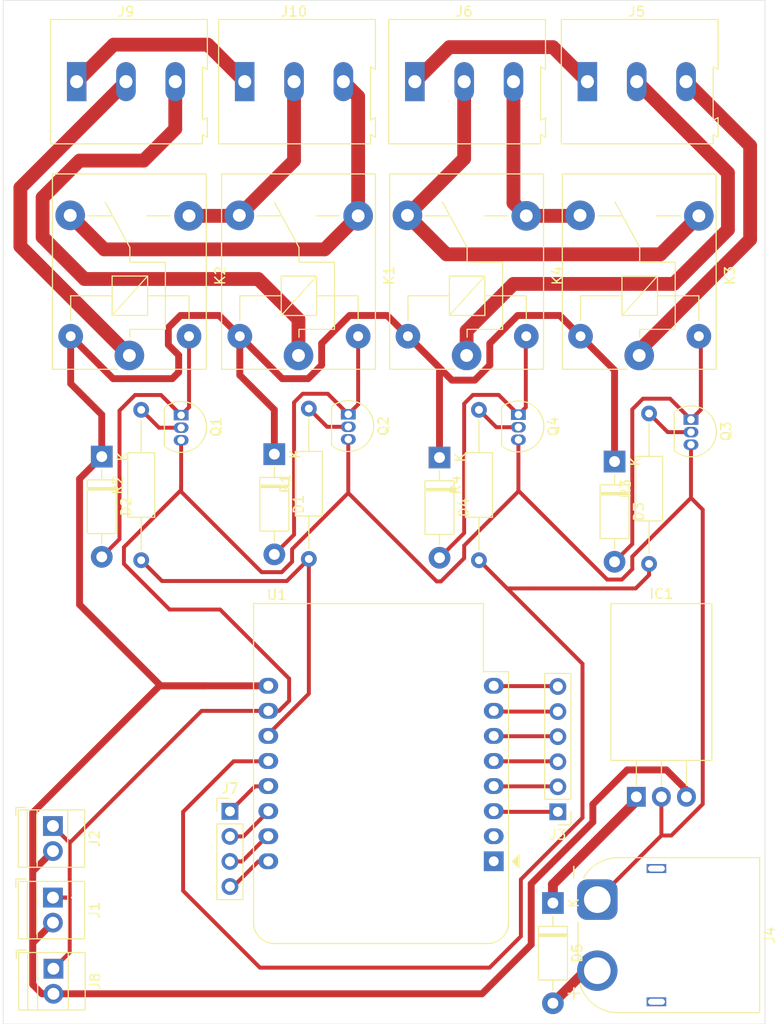
<source format=kicad_pcb>
(kicad_pcb (version 20240108) (generator "pcbnew") (generator_version "8.0")
  (layers (0 "F.Cu" signal) (31 "B.Cu" signal) (34 "B.Paste" user) (35 "F.Paste" user) (36 "B.SilkS" user "B.Silkscreen") (37 "F.SilkS" user "F.Silkscreen") (38 "B.Mask" user) (39 "F.Mask" user) (44 "Edge.Cuts" user))
  (net 0 "")
  (net 1 "Net-(D5-K)")
  (net 2 "GND")
  (net 3 "+5V")
  (net 4 "Net-(D1-A)")
  (net 5 "Net-(D2-A)")
  (net 6 "Net-(D3-A)")
  (net 7 "Net-(D4-A)")
  (net 8 "M1_ESC_CONTROL_1")
  (net 9 "M2_ESC_CONTROL_1")
  (net 10 "M2_ESC_CONTROL_2")
  (net 11 "M1_ESC_CONTROL_2")
  (net 12 "Net-(Q1-B)")
  (net 13 "Net-(Q2-B)")
  (net 14 "Net-(Q3-B)")
  (net 15 "Net-(Q4-B)")
  (net 16 "dOUT_MOTOR1_DIR")
  (net 17 "dOUT_MOTOR2_DIR")
  (net 19 "+BATT")
  (net 20 "MOTOR1_POLE1")
  (net 21 "MOTOR1_POLE2")
  (net 22 "MOTOR2_POLE1")
  (net 23 "MOTOR2_POLE2")
  (net 24 "M2_ESC_CONTROL_3")
  (net 25 "M1_ESC_CONTROL_3")
  (net 27 "IO_4")
  (net 28 "IO_1")
  (net 29 "+3V3")
  (net 30 "IO_5")
  (net 31 "IO_3")
  (net 32 "IO_2")
  (net 33 "RX")
  (net 34 "IO_6")
  (net 35 "IO_7")
  (net 36 "TX")
  (footprint "TerminalBlock:TerminalBlock_Altech_AK300-3_P5.00mm" (layer "F.Cu") (at 125.005 51.61)
    (property "Reference" "J9" (at 5 -7.1 0) (layer "F.SilkS"))
    (property "Value" "M1_IN")
    (pad "1" thru_hole rect (at 0 0) (size 1.98 3.96) (drill 1.32) (layers "*.Cu" "*.Mask") (net 25 "M1_ESC_CONTROL_3"))
    (pad "2" thru_hole oval (at 5 0) (size 1.98 3.96) (drill 1.32) (layers "*.Cu" "*.Mask") (net 11 "M1_ESC_CONTROL_2"))
    (pad "3" thru_hole oval (at 10 0) (size 1.98 3.96) (drill 1.32) (layers "*.Cu" "*.Mask") (net 8 "M1_ESC_CONTROL_1"))
  )
  (footprint "TerminalBlock:TerminalBlock_Altech_AK300-3_P5.00mm" (layer "F.Cu") (at 159.3 51.61)
    (property "Reference" "J6" (at 5 -7.1 0) (layer "F.SilkS"))
    (property "Value" "M2_OUT")
    (pad "1" thru_hole rect (at 0 0) (size 1.98 3.96) (drill 1.32) (layers "*.Cu" "*.Mask") (net 24 "M2_ESC_CONTROL_3"))
    (pad "2" thru_hole oval (at 5 0) (size 1.98 3.96) (drill 1.32) (layers "*.Cu" "*.Mask") (net 23 "MOTOR2_POLE2"))
    (pad "3" thru_hole oval (at 10 0) (size 1.98 3.96) (drill 1.32) (layers "*.Cu" "*.Mask") (net 22 "MOTOR2_POLE1"))
  )
  (footprint "Diode_THT:D_DO-41_SOD81_P10.16mm_Horizontal" (layer "F.Cu") (at 173.3 134.85 -90)
    (property "Reference" "D5" (at 5.08 -2.47 90) (layer "F.SilkS"))
    (property "Value" "D_Small")
    (fp_text user "K" (at 0 -2.1 90) (layer "F.SilkS"))
    (pad "1" thru_hole rect (at 0 0 270) (size 2.2 2.2) (drill 1.1) (layers "*.Cu" "*.Mask") (net 1 "Net-(D5-K)"))
    (pad "2" thru_hole oval (at 10.16 0 270) (size 2.2 2.2) (drill 1.1) (layers "*.Cu" "*.Mask") (net 19 "+BATT"))
  )
  (footprint "TerminalBlock:TerminalBlock_Xinya_XY308-2.54-2P_1x02_P2.54mm_Horizontal" (layer "F.Cu") (at 122.6 127.05 -90)
    (property "Reference" "J2" (at 1.27 -4.22 90) (layer "F.SilkS"))
    (property "Value" "ESC2_PWR")
    (pad "1" thru_hole rect (at 0 0 270) (size 2 2) (drill 1.2) (layers "*.Cu" "*.Mask") (net 2 "GND"))
    (pad "2" thru_hole circle (at 2.54 0 270) (size 2 2) (drill 1.2) (layers "*.Cu" "*.Mask") (net 3 "+5V"))
  )
  (footprint "Package_TO_SOT_THT:TO-92L_Inline" (layer "F.Cu") (at 135.6 85.41 -90)
    (property "Reference" "Q1" (at 1.19 -3.56 90) (layer "F.SilkS"))
    (property "Value" "NPN")
    (pad "1" thru_hole rect (at 0 0 270) (size 1.05 1.5) (drill 0.75) (layers "*.Cu" "*.Mask") (net 5 "Net-(D2-A)"))
    (pad "2" thru_hole oval (at 1.27 0 270) (size 1.05 1.5) (drill 0.75) (layers "*.Cu" "*.Mask") (net 12 "Net-(Q1-B)"))
    (pad "3" thru_hole oval (at 2.54 0 270) (size 1.05 1.5) (drill 0.75) (layers "*.Cu" "*.Mask") (net 2 "GND"))
  )
  (footprint "Relay_THT:Relay_SPDT_SANYOU_SRD_Series_Form_C" (layer "F.Cu") (at 147.5 79.36 90)
    (property "Reference" "K1" (at 8.1 9.2 -90) (layer "F.SilkS"))
    (property "Value" "SANYOU_SRD_Form_C")
    (pad "1" thru_hole circle (at 0 0 180) (size 3 3) (drill 1.3) (layers "*.Cu" "*.Mask") (net 8 "M1_ESC_CONTROL_1"))
    (pad "2" thru_hole circle (at 1.95 6.05 180) (size 2.5 2.5) (drill 1) (layers "*.Cu" "*.Mask") (net 4 "Net-(D1-A)"))
    (pad "3" thru_hole circle (at 14.15 6.05 180) (size 3 3) (drill 1.3) (layers "*.Cu" "*.Mask") (net 21 "MOTOR1_POLE2"))
    (pad "4" thru_hole circle (at 14.2 -6 180) (size 3 3) (drill 1.3) (layers "*.Cu" "*.Mask") (net 20 "MOTOR1_POLE1"))
    (pad "5" thru_hole circle (at 1.95 -5.95 180) (size 2.5 2.5) (drill 1) (layers "*.Cu" "*.Mask") (net 3 "+5V"))
  )
  (footprint "Resistor_THT:R_Axial_DIN0207_L6.3mm_D2.5mm_P15.24mm_Horizontal" (layer "F.Cu") (at 183.05 100.48 90)
    (property "Reference" "R3" (at 7.62 -2.37 -90) (layer "F.SilkS"))
    (property "Value" "4.7k")
    (pad "1" thru_hole circle (at 0 0 90) (size 1.6 1.6) (drill 0.8) (layers "*.Cu" "*.Mask") (net 17 "dOUT_MOTOR2_DIR"))
    (pad "2" thru_hole oval (at 15.24 0 90) (size 1.6 1.6) (drill 0.8) (layers "*.Cu" "*.Mask") (net 14 "Net-(Q3-B)"))
  )
  (footprint "Diode_THT:D_DO-41_SOD81_P10.16mm_Horizontal" (layer "F.Cu") (at 161.8 89.7 -90)
    (property "Reference" "D4" (at 5.08 -2.47 90) (layer "F.SilkS"))
    (property "Value" "D_Small")
    (fp_text user "K" (at 0 -2.1 90) (layer "F.SilkS"))
    (pad "1" thru_hole rect (at 0 0 270) (size 2.2 2.2) (drill 1.1) (layers "*.Cu" "*.Mask") (net 3 "+5V"))
    (pad "2" thru_hole oval (at 10.16 0 270) (size 2.2 2.2) (drill 1.1) (layers "*.Cu" "*.Mask") (net 7 "Net-(D4-A)"))
  )
  (footprint "TerminalBlock:TerminalBlock_Xinya_XY308-2.54-2P_1x02_P2.54mm_Horizontal" (layer "F.Cu") (at 122.65 141.51 -90)
    (property "Reference" "J8" (at 1.27 -4.22 90) (layer "F.SilkS"))
    (property "Value" "EXT +5V")
    (pad "1" thru_hole rect (at 0 0 270) (size 2 2) (drill 1.2) (layers "*.Cu" "*.Mask") (net 2 "GND"))
    (pad "2" thru_hole circle (at 2.54 0 270) (size 2 2) (drill 1.2) (layers "*.Cu" "*.Mask") (net 3 "+5V"))
  )
  (footprint "Connector_PinHeader_2.54mm:PinHeader_1x06_P2.54mm_Vertical" (layer "F.Cu") (at 173.8 125.61 180)
    (property "Reference" "J3" (at 0 -2.33 180) (layer "F.SilkS"))
    (property "Value" "IO_HEADER_1")
    (pad "1" thru_hole rect (at 0 0 180) (size 1.7 1.7) (drill 1) (layers "*.Cu" "*.Mask") (net 28 "IO_1"))
    (pad "2" thru_hole oval (at 0 2.54 180) (size 1.7 1.7) (drill 1) (layers "*.Cu" "*.Mask") (net 32 "IO_2"))
    (pad "3" thru_hole oval (at 0 5.08 180) (size 1.7 1.7) (drill 1) (layers "*.Cu" "*.Mask") (net 31 "IO_3"))
    (pad "4" thru_hole oval (at 0 7.62 180) (size 1.7 1.7) (drill 1) (layers "*.Cu" "*.Mask") (net 27 "IO_4"))
    (pad "5" thru_hole oval (at 0 10.16 180) (size 1.7 1.7) (drill 1) (layers "*.Cu" "*.Mask") (net 30 "IO_5"))
    (pad "6" thru_hole oval (at 0 12.7 180) (size 1.7 1.7) (drill 1) (layers "*.Cu" "*.Mask") (net 29 "+3V3"))
  )
  (footprint "Diode_THT:D_DO-41_SOD81_P10.16mm_Horizontal" (layer "F.Cu") (at 127.55 89.61 -90)
    (property "Reference" "D2" (at 5.08 -2.47 90) (layer "F.SilkS"))
    (property "Value" "D_Small")
    (fp_text user "K" (at 0 -2.1 90) (layer "F.SilkS"))
    (pad "1" thru_hole rect (at 0 0 270) (size 2.2 2.2) (drill 1.1) (layers "*.Cu" "*.Mask") (net 3 "+5V"))
    (pad "2" thru_hole oval (at 10.16 0 270) (size 2.2 2.2) (drill 1.1) (layers "*.Cu" "*.Mask") (net 5 "Net-(D2-A)"))
  )
  (footprint "Relay_THT:Relay_SPDT_SANYOU_SRD_Series_Form_C" (layer "F.Cu") (at 182.05 79.36 90)
    (property "Reference" "K3" (at 8.1 9.2 -90) (layer "F.SilkS"))
    (property "Value" "SANYOU_SRD_Form_C")
    (pad "1" thru_hole circle (at 0 0 180) (size 3 3) (drill 1.3) (layers "*.Cu" "*.Mask") (net 9 "M2_ESC_CONTROL_1"))
    (pad "2" thru_hole circle (at 1.95 6.05 180) (size 2.5 2.5) (drill 1) (layers "*.Cu" "*.Mask") (net 6 "Net-(D3-A)"))
    (pad "3" thru_hole circle (at 14.15 6.05 180) (size 3 3) (drill 1.3) (layers "*.Cu" "*.Mask") (net 23 "MOTOR2_POLE2"))
    (pad "4" thru_hole circle (at 14.2 -6 180) (size 3 3) (drill 1.3) (layers "*.Cu" "*.Mask") (net 22 "MOTOR2_POLE1"))
    (pad "5" thru_hole circle (at 1.95 -5.95 180) (size 2.5 2.5) (drill 1) (layers "*.Cu" "*.Mask") (net 3 "+5V"))
  )
  (footprint "Connector_AMASS:AMASS_XT60PW-M_1x02_P7.20mm_Horizontal" (layer "F.Cu") (at 177.8 134.51 -90)
    (property "Reference" "J4" (at 3.6 -17.5 90) (layer "F.SilkS"))
    (property "Value" "BATTERY" (hide yes))
    (fp_text user "-" (at -2.8 2.5 90) (layer "F.SilkS") (effects (font (size 1.5 1.5))))
    (fp_text user "+" (at 9.5 2.5 90) (layer "F.SilkS") (effects (font (size 1.5 1.5))))
    (pad "" thru_hole rect (at -3.15 -6 270) (size 0.9 2) (drill oval 0.6 1.7) (layers "*.Cu" "*.Mask"))
    (pad "" thru_hole rect (at 10.35 -6 270) (size 0.9 2) (drill oval 0.6 1.7) (layers "*.Cu" "*.Mask"))
    (pad "1" thru_hole roundrect (at 0 0 270) (size 4.1 4.1) (drill 2.7) (layers "*.Cu" "*.Mask") (net 2 "GND"))
    (pad "2" thru_hole circle (at 7.2 0 270) (size 4.1 4.1) (drill 2.7) (layers "*.Cu" "*.Mask") (net 19 "+BATT"))
  )
  (footprint "Package_TO_SOT_THT:TO-92L_Inline" (layer "F.Cu") (at 152.55 85.32 -90)
    (property "Reference" "Q2" (at 1.19 -3.56 90) (layer "F.SilkS"))
    (property "Value" "NPN")
    (pad "1" thru_hole rect (at 0 0 270) (size 1.05 1.5) (drill 0.75) (layers "*.Cu" "*.Mask") (net 4 "Net-(D1-A)"))
    (pad "2" thru_hole oval (at 1.27 0 270) (size 1.05 1.5) (drill 0.75) (layers "*.Cu" "*.Mask") (net 13 "Net-(Q2-B)"))
    (pad "3" thru_hole oval (at 2.54 0 270) (size 1.05 1.5) (drill 0.75) (layers "*.Cu" "*.Mask") (net 2 "GND"))
  )
  (footprint "Resistor_THT:R_Axial_DIN0207_L6.3mm_D2.5mm_P15.24mm_Horizontal" (layer "F.Cu") (at 165.8 100.11 90)
    (property "Reference" "R4" (at 7.62 -2.37 -90) (layer "F.SilkS"))
    (property "Value" "4.7k")
    (pad "1" thru_hole circle (at 0 0 90) (size 1.6 1.6) (drill 0.8) (layers "*.Cu" "*.Mask") (net 17 "dOUT_MOTOR2_DIR"))
    (pad "2" thru_hole oval (at 15.24 0 90) (size 1.6 1.6) (drill 0.8) (layers "*.Cu" "*.Mask") (net 15 "Net-(Q4-B)"))
  )
  (footprint "Connector_PinHeader_2.54mm:PinHeader_1x04_P2.54mm_Vertical" (layer "F.Cu") (at 140.55 125.56)
    (property "Reference" "J7" (at 0 -2.33 0) (layer "F.SilkS"))
    (property "Value" "IO_HEADER_2")
    (pad "1" thru_hole rect (at 0 0) (size 1.7 1.7) (drill 1) (layers "*.Cu" "*.Mask") (net 35 "IO_7"))
    (pad "2" thru_hole oval (at 0 2.54) (size 1.7 1.7) (drill 1) (layers "*.Cu" "*.Mask") (net 34 "IO_6"))
    (pad "3" thru_hole oval (at 0 5.08) (size 1.7 1.7) (drill 1) (layers "*.Cu" "*.Mask") (net 33 "RX"))
    (pad "4" thru_hole oval (at 0 7.62) (size 1.7 1.7) (drill 1) (layers "*.Cu" "*.Mask") (net 36 "TX"))
  )
  (footprint "Diode_THT:D_DO-41_SOD81_P10.16mm_Horizontal" (layer "F.Cu") (at 145.05 89.36 -90)
    (property "Reference" "D1" (at 5.08 -2.47 90) (layer "F.SilkS"))
    (property "Value" "D_Small")
    (fp_text user "K" (at 0 -2.1 90) (layer "F.SilkS"))
    (pad "1" thru_hole rect (at 0 0 270) (size 2.2 2.2) (drill 1.1) (layers "*.Cu" "*.Mask") (net 3 "+5V"))
    (pad "2" thru_hole oval (at 10.16 0 270) (size 2.2 2.2) (drill 1.1) (layers "*.Cu" "*.Mask") (net 4 "Net-(D1-A)"))
  )
  (footprint "TerminalBlock:TerminalBlock_Xinya_XY308-2.54-2P_1x02_P2.54mm_Horizontal" (layer "F.Cu") (at 122.6 134.3 -90)
    (property "Reference" "J1" (at 1.27 -4.22 90) (layer "F.SilkS"))
    (property "Value" "ESC1_PWR")
    (pad "1" thru_hole rect (at 0 0 270) (size 2 2) (drill 1.2) (layers "*.Cu" "*.Mask") (net 2 "GND"))
    (pad "2" thru_hole circle (at 2.54 0 270) (size 2 2) (drill 1.2) (layers "*.Cu" "*.Mask") (net 3 "+5V"))
  )
  (footprint "TerminalBlock:TerminalBlock_Altech_AK300-3_P5.00mm" (layer "F.Cu") (at 176.8 51.61)
    (property "Reference" "J5" (at 5 -7.1 0) (layer "F.SilkS"))
    (property "Value" "M2_IN")
    (pad "1" thru_hole rect (at 0 0) (size 1.98 3.96) (drill 1.32) (layers "*.Cu" "*.Mask") (net 24 "M2_ESC_CONTROL_3"))
    (pad "2" thru_hole oval (at 5 0) (size 1.98 3.96) (drill 1.32) (layers "*.Cu" "*.Mask") (net 10 "M2_ESC_CONTROL_2"))
    (pad "3" thru_hole oval (at 10 0) (size 1.98 3.96) (drill 1.32) (layers "*.Cu" "*.Mask") (net 9 "M2_ESC_CONTROL_1"))
  )
  (footprint "Diode_THT:D_DO-41_SOD81_P10.16mm_Horizontal" (layer "F.Cu") (at 179.55 90.11 -90)
    (property "Reference" "D3" (at 5.08 -2.47 90) (layer "F.SilkS"))
    (property "Value" "D_Small")
    (fp_text user "K" (at 0 -2.1 90) (layer "F.SilkS"))
    (pad "1" thru_hole rect (at 0 0 270) (size 2.2 2.2) (drill 1.1) (layers "*.Cu" "*.Mask") (net 3 "+5V"))
    (pad "2" thru_hole oval (at 10.16 0 270) (size 2.2 2.2) (drill 1.1) (layers "*.Cu" "*.Mask") (net 6 "Net-(D3-A)"))
  )
  (footprint "Package_TO_SOT_THT:TO-220-3_Horizontal_TabDown" (layer "F.Cu") (at 181.76 124.09)
    (property "Reference" "IC1" (at 2.54 -20.58 360) (layer "F.SilkS"))
    (property "Value" "L7805ABV")
    (pad "" np_thru_hole oval (at 2.54 -16.66) (size 3.5 3.5) (drill 3.5) (layers "*.Cu" "*.Mask"))
    (pad "1" thru_hole rect (at 0 0) (size 1.905 2) (drill 1.1) (layers "*.Cu" "*.Mask") (net 1 "Net-(D5-K)"))
    (pad "2" thru_hole oval (at 2.54 0) (size 1.905 2) (drill 1.1) (layers "*.Cu" "*.Mask") (net 2 "GND"))
    (pad "3" thru_hole oval (at 5.08 0) (size 1.905 2) (drill 1.1) (layers "*.Cu" "*.Mask") (net 3 "+5V"))
  )
  (footprint "Module:WEMOS_D1_mini_light" (layer "F.Cu") (at 167.3 130.62 180)
    (property "Reference" "U1" (at 22 27 180) (layer "F.SilkS"))
    (property "Value" "WeMos_D1_mini")
    (pad "1" thru_hole rect (at 0 0 180) (size 2 2) (drill 1) (layers "*.Cu" "*.Mask"))
    (pad "2" thru_hole oval (at 0 2.54 180) (size 2 1.6) (drill 1) (layers "*.Cu" "*.Mask"))
    (pad "3" thru_hole oval (at 0 5.08 180) (size 2 1.6) (drill 1) (layers "*.Cu" "*.Mask") (net 28 "IO_1"))
    (pad "4" thru_hole oval (at 0 7.62 180) (size 2 1.6) (drill 1) (layers "*.Cu" "*.Mask") (net 32 "IO_2"))
    (pad "5" thru_hole oval (at 0 10.16 180) (size 2 1.6) (drill 1) (layers "*.Cu" "*.Mask") (net 31 "IO_3"))
    (pad "6" thru_hole oval (at 0 12.7 180) (size 2 1.6) (drill 1) (layers "*.Cu" "*.Mask") (net 27 "IO_4"))
    (pad "7" thru_hole oval (at 0 15.24 180) (size 2 1.6) (drill 1) (layers "*.Cu" "*.Mask") (net 30 "IO_5"))
    (pad "8" thru_hole oval (at 0 17.78 180) (size 2 1.6) (drill 1) (layers "*.Cu" "*.Mask") (net 29 "+3V3"))
    (pad "9" thru_hole oval (at 22.86 17.78 180) (size 2 1.6) (drill 1) (layers "*.Cu" "*.Mask") (net 3 "+5V"))
    (pad "10" thru_hole oval (at 22.86 15.24 180) (size 2 1.6) (drill 1) (layers "*.Cu" "*.Mask") (net 2 "GND"))
    (pad "11" thru_hole oval (at 22.86 12.7 180) (size 2 1.6) (drill 1) (layers "*.Cu" "*.Mask") (net 16 "dOUT_MOTOR1_DIR"))
    (pad "12" thru_hole oval (at 22.86 10.16 180) (size 2 1.6) (drill 1) (layers "*.Cu" "*.Mask") (net 17 "dOUT_MOTOR2_DIR"))
    (pad "13" thru_hole oval (at 22.86 7.62 180) (size 2 1.6) (drill 1) (layers "*.Cu" "*.Mask") (net 35 "IO_7"))
    (pad "14" thru_hole oval (at 22.86 5.08 180) (size 2 1.6) (drill 1) (layers "*.Cu" "*.Mask") (net 34 "IO_6"))
    (pad "15" thru_hole oval (at 22.86 2.54 180) (size 2 1.6) (drill 1) (layers "*.Cu" "*.Mask") (net 33 "RX"))
    (pad "16" thru_hole oval (at 22.86 0 180) (size 2 1.6) (drill 1) (layers "*.Cu" "*.Mask") (net 36 "TX"))
  )
  (footprint "Relay_THT:Relay_SPDT_SANYOU_SRD_Series_Form_C" (layer "F.Cu") (at 164.55 79.36 90)
    (property "Reference" "K4" (at 8.1 9.2 -90) (layer "F.SilkS"))
    (property "Value" "SANYOU_SRD_Form_C")
    (pad "1" thru_hole circle (at 0 0 180) (size 3 3) (drill 1.3) (layers "*.Cu" "*.Mask") (net 10 "M2_ESC_CONTROL_2"))
    (pad "2" thru_hole circle (at 1.95 6.05 180) (size 2.5 2.5) (drill 1) (layers "*.Cu" "*.Mask") (net 7 "Net-(D4-A)"))
    (pad "3" thru_hole circle (at 14.15 6.05 180) (size 3 3) (drill 1.3) (layers "*.Cu" "*.Mask") (net 22 "MOTOR2_POLE1"))
    (pad "4" thru_hole circle (at 14.2 -6 180) (size 3 3) (drill 1.3) (layers "*.Cu" "*.Mask") (net 23 "MOTOR2_POLE2"))
    (pad "5" thru_hole circle (at 1.95 -5.95 180) (size 2.5 2.5) (drill 1) (layers "*.Cu" "*.Mask") (net 3 "+5V"))
  )
  (footprint "Resistor_THT:R_Axial_DIN0207_L6.3mm_D2.5mm_P15.24mm_Horizontal" (layer "F.Cu") (at 131.55 100.11 90)
    (property "Reference" "R2" (at 7.62 -2.37 -90) (layer "F.SilkS"))
    (property "Value" "4.7k")
    (pad "1" thru_hole circle (at 0 0 90) (size 1.6 1.6) (drill 0.8) (layers "*.Cu" "*.Mask") (net 16 "dOUT_MOTOR1_DIR"))
    (pad "2" thru_hole oval (at 15.24 0 90) (size 1.6 1.6) (drill 0.8) (layers "*.Cu" "*.Mask") (net 12 "Net-(Q1-B)"))
  )
  (footprint "TerminalBlock:TerminalBlock_Altech_AK300-3_P5.00mm" (layer "F.Cu") (at 142.05 51.61)
    (property "Reference" "J10" (at 5 -7.1 0) (layer "F.SilkS"))
    (property "Value" "M1_OUT")
    (pad "1" thru_hole rect (at 0 0) (size 1.98 3.96) (drill 1.32) (layers "*.Cu" "*.Mask") (net 25 "M1_ESC_CONTROL_3"))
    (pad "2" thru_hole oval (at 5 0) (size 1.98 3.96) (drill 1.32) (layers "*.Cu" "*.Mask") (net 20 "MOTOR1_POLE1"))
    (pad "3" thru_hole oval (at 10 0) (size 1.98 3.96) (drill 1.32) (layers "*.Cu" "*.Mask") (net 21 "MOTOR1_POLE2"))
  )
  (footprint "Resistor_THT:R_Axial_DIN0207_L6.3mm_D2.5mm_P15.24mm_Horizontal" (layer "F.Cu") (at 148.55 99.98 90)
    (property "Reference" "R1" (at 7.62 -2.37 -90) (layer "F.SilkS"))
    (property "Value" "4.7k")
    (pad "1" thru_hole circle (at 0 0 90) (size 1.6 1.6) (drill 0.8) (layers "*.Cu" "*.Mask") (net 16 "dOUT_MOTOR1_DIR"))
    (pad "2" thru_hole oval (at 15.24 0 90) (size 1.6 1.6) (drill 0.8) (layers "*.Cu" "*.Mask") (net 13 "Net-(Q2-B)"))
  )
  (footprint "Package_TO_SOT_THT:TO-92L_Inline" (layer "F.Cu") (at 187.3 85.86 -90)
    (property "Reference" "Q3" (at 1.19 -3.56 90) (layer "F.SilkS"))
    (property "Value" "NPN")
    (pad "1" thru_hole rect (at 0 0 270) (size 1.05 1.5) (drill 0.75) (layers "*.Cu" "*.Mask") (net 6 "Net-(D3-A)"))
    (pad "2" thru_hole oval (at 1.27 0 270) (size 1.05 1.5) (drill 0.75) (layers "*.Cu" "*.Mask") (net 14 "Net-(Q3-B)"))
    (pad "3" thru_hole oval (at 2.54 0 270) (size 1.05 1.5) (drill 0.75) (layers "*.Cu" "*.Mask") (net 2 "GND"))
  )
  (footprint "Relay_THT:Relay_SPDT_SANYOU_SRD_Series_Form_C" (layer "F.Cu") (at 130.35 79.36 90)
    (property "Reference" "K2" (at 8.1 9.2 -90) (layer "F.SilkS"))
    (property "Value" "SANYOU_SRD_Form_C" (hide yes))
    (pad "1" thru_hole circle (at 0 0 180) (size 3 3) (drill 1.3) (layers "*.Cu" "*.Mask") (net 11 "M1_ESC_CONTROL_2"))
    (pad "2" thru_hole circle (at 1.95 6.05 180) (size 2.5 2.5) (drill 1) (layers "*.Cu" "*.Mask") (net 5 "Net-(D2-A)"))
    (pad "3" thru_hole circle (at 14.15 6.05 180) (size 3 3) (drill 1.3) (layers "*.Cu" "*.Mask") (net 20 "MOTOR1_POLE1"))
    (pad "4" thru_hole circle (at 14.2 -6 180) (size 3 3) (drill 1.3) (layers "*.Cu" "*.Mask") (net 21 "MOTOR1_POLE2"))
    (pad "5" thru_hole circle (at 1.95 -5.95 180) (size 2.5 2.5) (drill 1) (layers "*.Cu" "*.Mask") (net 3 "+5V"))
  )
  (footprint "Package_TO_SOT_THT:TO-92L_Inline" (layer "F.Cu") (at 169.8 85.36 -90)
    (property "Reference" "Q4" (at 1.19 -3.56 90) (layer "F.SilkS"))
    (property "Value" "NPN")
    (pad "1" thru_hole rect (at 0 0 270) (size 1.05 1.5) (drill 0.75) (layers "*.Cu" "*.Mask") (net 7 "Net-(D4-A)"))
    (pad "2" thru_hole oval (at 1.27 0 270) (size 1.05 1.5) (drill 0.75) (layers "*.Cu" "*.Mask") (net 15 "Net-(Q4-B)"))
    (pad "3" thru_hole oval (at 2.54 0 270) (size 1.05 1.5) (drill 0.75) (layers "*.Cu" "*.Mask") (net 2 "GND"))
  )
  (gr_rect (start 117.55 43.36) (end 194.8 147.11) (stroke (width 0.05)) (fill none) (layer "Edge.Cuts"))
  (segment (start 173.3 132.96) (end 181.76 124.5) (width 1) (layer "F.Cu") (net 1))
  (segment (start 173.3 134.85) (end 173.3 132.96) (width 1) (layer "F.Cu") (net 1))
  (segment (start 181.76 124.5) (end 181.76 124.09) (width 1) (layer "F.Cu") (net 1))
  (segment (start 139.55 105.11) (end 146.14 111.7) (width 0.4) (layer "F.Cu") (net 2))
  (segment (start 135.6 92.992792) (end 129.8 98.792792) (width 0.4) (layer "F.Cu") (net 2))
  (segment (start 146.55 114.36) (end 146.55 112.11) (width 0.4) (layer "F.Cu") (net 2))
  (segment (start 146.55 112.11) (end 146.14 111.7) (width 0.4) (layer "F.Cu") (net 2))
  (segment (start 164.3 98.632792) (end 169.8 93.132792) (width 0.4) (layer "F.Cu") (net 2))
  (segment (start 135.6 92.615585) (end 135.6 93.16) (width 0.4) (layer "F.Cu") (net 2))
  (segment (start 134.428679 105.11) (end 139.55 105.11) (width 0.4) (layer "F.Cu") (net 2))
  (segment (start 169.8 93.065585) (end 178.804415 102.07) (width 0.4) (layer "F.Cu") (net 2))
  (segment (start 169.8 87.9) (end 169.8 93.065585) (width 0.4) (layer "F.Cu") (net 2))
  (segment (start 124 134.3) (end 124.11 134.3) (width 0.4) (layer "F.Cu") (net 2))
  (segment (start 146.85 98.992792) (end 152.55 93.292792) (width 0.4) (layer "F.Cu") (net 2))
  (segment (start 184.3 124.09) (end 184.3 128.01) (width 0.4) (layer "F.Cu") (net 2))
  (segment (start 144.44 115.38) (end 137.67 115.38) (width 0.4) (layer "F.Cu") (net 2))
  (segment (start 146.85 100.265585) (end 146.85 98.992792) (width 0.4) (layer "F.Cu") (net 2))
  (segment (start 124.3 134.49) (end 124.3 139.86) (width 0.4) (layer "F.Cu") (net 2))
  (segment (start 184.3 128.01) (end 177.8 134.51) (width 0.4) (layer "F.Cu") (net 2))
  (segment (start 188.4925 94.985292) (end 187.3 93.792792) (width 0.4) (layer "F.Cu") (net 2))
  (segment (start 122.6 134.3) (end 124.11 134.3) (width 0.4) (layer "F.Cu") (net 2))
  (segment (start 124.3 134.11) (end 124.3 128.75) (width 0.4) (layer "F.Cu") (net 2))
  (segment (start 181.35 101.015585) (end 181.35 99.742792) (width 0.4) (layer "F.Cu") (net 2))
  (segment (start 187.3 93.792792) (end 187.3 88.4) (width 0.4) (layer "F.Cu") (net 2))
  (segment (start 129.8 100.481321) (end 134.428679 105.11) (width 0.4) (layer "F.Cu") (net 2))
  (segment (start 145.795585 101.32) (end 146.85 100.265585) (width 0.4) (layer "F.Cu") (net 2))
  (segment (start 152.55 93.292792) (end 161.515001 102.257793) (width 0.4) (layer "F.Cu") (net 2))
  (segment (start 122.6 134.3) (end 124 134.3) (width 0.4) (layer "F.Cu") (net 2))
  (segment (start 152.55 93.292792) (end 152.55 87.86) (width 0.4) (layer "F.Cu") (net 2))
  (segment (start 185.304488 128.01) (end 188.4925 124.821988) (width 0.4) (layer "F.Cu") (net 2))
  (segment (start 124.3 139.86) (end 122.65 141.51) (width 0.4) (layer "F.Cu") (net 2))
  (segment (start 124.3 128.75) (end 122.6 127.05) (width 0.4) (layer "F.Cu") (net 2))
  (segment (start 184.3 128.01) (end 185.304488 128.01) (width 0.4) (layer "F.Cu") (net 2))
  (segment (start 129.8 98.792792) (end 129.8 100.481321) (width 0.4) (layer "F.Cu") (net 2))
  (segment (start 135.6 87.95) (end 135.6 92.615585) (width 0.4) (layer "F.Cu") (net 2))
  (segment (start 180.295585 102.07) (end 181.35 101.015585) (width 0.4) (layer "F.Cu") (net 2))
  (segment (start 124.11 134.3) (end 124.3 134.49) (width 0.4) (layer "F.Cu") (net 2))
  (segment (start 135.6 93.16) (end 143.76 101.32) (width 0.4) (layer "F.Cu") (net 2))
  (segment (start 145.53 115.38) (end 146.55 114.36) (width 0.4) (layer "F.Cu") (net 2))
  (segment (start 161.947793 102.257793) (end 164.3 99.905585) (width 0.4) (layer "F.Cu") (net 2))
  (segment (start 143.76 101.32) (end 145.795585 101.32) (width 0.4) (layer "F.Cu") (net 2))
  (segment (start 161.515001 102.257793) (end 161.947793 102.257793) (width 0.4) (layer "F.Cu") (net 2))
  (segment (start 135.6 92.615585) (end 135.6 92.992792) (width 0.4) (layer "F.Cu") (net 2))
  (segment (start 164.3 99.905585) (end 164.3 98.632792) (width 0.4) (layer "F.Cu") (net 2))
  (segment (start 178.804415 102.07) (end 180.295585 102.07) (width 0.4) (layer "F.Cu") (net 2))
  (segment (start 144.44 115.38) (end 145.53 115.38) (width 0.4) (layer "F.Cu") (net 2))
  (segment (start 124.11 134.3) (end 124.3 134.11) (width 0.4) (layer "F.Cu") (net 2))
  (segment (start 181.35 99.742792) (end 187.3 93.792792) (width 0.4) (layer "F.Cu") (net 2))
  (segment (start 137.67 115.38) (end 124.3 128.75) (width 0.4) (layer "F.Cu") (net 2))
  (segment (start 188.4925 124.821988) (end 188.4925 94.985292) (width 0.4) (layer "F.Cu") (net 2))
  (segment (start 163.05 81.86) (end 158.6 77.41) (width 0.7) (layer "F.Cu") (net 3))
  (segment (start 166.9 78.140151) (end 166.9 80.333402) (width 0.7) (layer "F.Cu") (net 3))
  (segment (start 171.1 132.894924) (end 171.1 139.06) (width 0.7) (layer "F.Cu") (net 3))
  (segment (start 128.7 81.71) (end 134.7 81.71) (width 0.7) (layer "F.Cu") (net 3))
  (segment (start 135.530151 75.31) (end 139.45 75.31) (width 0.7) (layer "F.Cu") (net 3))
  (segment (start 125.3 104.61) (end 133.53 112.84) (width 0.7) (layer "F.Cu") (net 3))
  (segment (start 166.9 80.333402) (end 165.373402 81.86) (width 0.7) (layer "F.Cu") (net 3))
  (segment (start 120.55 143.11) (end 120.55 139.61) (width 0.7) (layer "F.Cu") (net 3))
  (segment (start 120.55 131.64) (end 120.55 139.61) (width 0.7) (layer "F.Cu") (net 3))
  (segment (start 120.55 131.64) (end 120.55 125.7) (width 0.7) (layer "F.Cu") (net 3))
  (segment (start 161.8 89.7) (end 161.8 80.61) (width 0.7) (layer "F.Cu") (net 3))
  (segment (start 148.473402 81.71) (end 145.85 81.71) (width 0.7) (layer "F.Cu") (net 3))
  (segment (start 179.55 90.11) (end 179.55 80.86) (width 0.7) (layer "F.Cu") (net 3))
  (segment (start 138.074415 112.84) (end 133.41 112.84) (width 0.7) (layer "F.Cu") (net 3))
  (segment (start 184.8 121.36) (end 180.8375 121.36) (width 0.7) (layer "F.Cu") (net 3))
  (segment (start 152.680151 75.31) (end 149.85 78.140151) (width 0.7) (layer "F.Cu") (net 3))
  (segment (start 135.35 81.06) (end 135.35 79.329849) (width 0.7) (layer "F.Cu") (net 3))
  (segment (start 135.35 79.329849) (end 134.3 78.279849) (width 0.7) (layer "F.Cu") (net 3))
  (segment (start 156.5 75.31) (end 152.680151 75.31) (width 0.7) (layer "F.Cu") (net 3))
  (segment (start 158.6 77.41) (end 156.5 75.31) (width 0.7) (layer "F.Cu") (net 3))
  (segment (start 161.8 80.61) (end 158.6 77.41) (width 0.7) (layer "F.Cu") (net 3))
  (segment (start 177.35 124.8475) (end 177.35 126.644924) (width 0.7) (layer "F.Cu") (net 3))
  (segment (start 179.55 80.86) (end 176.1 77.41) (width 0.7) (layer "F.Cu") (net 3))
  (segment (start 145.85 81.71) (end 141.55 77.41) (width 0.7) (layer "F.Cu") (net 3))
  (segment (start 176.1 77.41) (end 174 75.31) (width 0.7) (layer "F.Cu") (net 3))
  (segment (start 144.29 112.87) (end 144.44 112.87) (width 0.7) (layer "F.Cu") (net 3))
  (segment (start 121.49 144.05) (end 120.55 143.11) (width 0.7) (layer "F.Cu") (net 3))
  (segment (start 149.85 80.333402) (end 148.473402 81.71) (width 0.7) (layer "F.Cu") (net 3))
  (segment (start 145.05 89.36) (end 145.05 84.86) (width 0.7) (layer "F.Cu") (net 3))
  (segment (start 122.6 129.59) (end 120.9 131.29) (width 0.7) (layer "F.Cu") (net 3))
  (segment (start 120.9 131.29) (end 120.55 131.64) (width 0.7) (layer "F.Cu") (net 3))
  (segment (start 124.4 77.41) (end 128.7 81.71) (width 0.7) (layer "F.Cu") (net 3))
  (segment (start 122.65 144.05) (end 121.49 144.05) (width 0.7) (layer "F.Cu") (net 3))
  (segment (start 171.1 139.06) (end 166.11 144.05) (width 0.7) (layer "F.Cu") (net 3))
  (segment (start 122.6 136.84) (end 120.55 138.89) (width 0.7) (layer "F.Cu") (net 3))
  (segment (start 165.373402 81.86) (end 163.05 81.86) (width 0.7) (layer "F.Cu") (net 3))
  (segment (start 141.55 81.36) (end 141.55 77.41) (width 0.7) (layer "F.Cu") (net 3))
  (segment (start 174 75.31) (end 169.730151 75.31) (width 0.7) (layer "F.Cu") (net 3))
  (segment (start 177.35 126.644924) (end 171.1 132.894924) (width 0.7) (layer "F.Cu") (net 3))
  (segment (start 166.11 144.05) (end 122.65 144.05) (width 0.7) (layer "F.Cu") (net 3))
  (segment (start 145.05 84.86) (end 141.55 81.36) (width 0.7) (layer "F.Cu") (net 3))
  (segment (start 127.55 89.61) (end 125.3 91.86) (width 0.7) (layer "F.Cu") (net 3))
  (segment (start 169.730151 75.31) (end 166.9 78.140151) (width 0.7) (layer "F.Cu") (net 3))
  (segment (start 125.3 91.86) (end 125.3 104.61) (width 0.7) (layer "F.Cu") (net 3))
  (segment (start 149.85 78.140151) (end 149.85 80.333402) (width 0.7) (layer "F.Cu") (net 3))
  (segment (start 120.55 138.89) (end 120.55 139.61) (width 0.7) (layer "F.Cu") (net 3))
  (segment (start 186.84 124.09) (end 186.84 123.4) (width 0.7) (layer "F.Cu") (net 3))
  (segment (start 133.41 112.84) (end 120.55 125.7) (width 0.7) (layer "F.Cu") (net 3))
  (segment (start 138.074415 112.84) (end 144.44 112.84) (width 0.7) (layer "F.Cu") (net 3))
  (segment (start 127.55 89.61) (end 127.55 85.36) (width 0.7) (layer "F.Cu") (net 3))
  (segment (start 133.53 112.84) (end 138.074415 112.84) (width 0.7) (layer "F.Cu") (net 3))
  (segment (start 124.4 82.21) (end 124.4 77.41) (width 0.7) (layer "F.Cu") (net 3))
  (segment (start 134.7 81.71) (end 135.35 81.06) (width 0.7) (layer "F.Cu") (net 3))
  (segment (start 127.55 85.36) (end 124.4 82.21) (width 0.7) (layer "F.Cu") (net 3))
  (segment (start 134.3 76.540151) (end 135.530151 75.31) (width 0.7) (layer "F.Cu") (net 3))
  (segment (start 139.45 75.31) (end 141.55 77.41) (width 0.7) (layer "F.Cu") (net 3))
  (segment (start 134.3 78.279849) (end 134.3 76.540151) (width 0.7) (layer "F.Cu") (net 3))
  (segment (start 186.84 123.4) (end 184.8 121.36) (width 0.7) (layer "F.Cu") (net 3))
  (segment (start 180.8375 121.36) (end 177.35 124.8475) (width 0.7) (layer "F.Cu") (net 3))
  (segment (start 150.47 83.24) (end 147.928679 83.24) (width 0.4) (layer "F.Cu") (net 4))
  (segment (start 153.55 84.32) (end 152.55 85.32) (width 0.4) (layer "F.Cu") (net 4))
  (segment (start 147.928679 83.24) (end 147.05 84.118679) (width 0.4) (layer "F.Cu") (net 4))
  (segment (start 147.05 84.118679) (end 147.05 97.52) (width 0.4) (layer "F.Cu") (net 4))
  (segment (start 152.55 85.32) (end 150.47 83.24) (width 0.4) (layer "F.Cu") (net 4))
  (segment (start 153.55 77.41) (end 153.55 84.32) (width 0.4) (layer "F.Cu") (net 4))
  (segment (start 147.05 97.52) (end 145.05 99.52) (width 0.4) (layer "F.Cu") (net 4))
  (segment (start 129.35 84.948679) (end 129.35 97.97) (width 0.4) (layer "F.Cu") (net 5))
  (segment (start 129.35 97.97) (end 127.55 99.77) (width 0.4) (layer "F.Cu") (net 5))
  (segment (start 130.928679 83.37) (end 129.35 84.948679) (width 0.4) (layer "F.Cu") (net 5))
  (segment (start 136.4 84.61) (end 135.6 85.41) (width 0.4) (layer "F.Cu") (net 5))
  (segment (start 135.6 85.41) (end 133.56 83.37) (width 0.4) (layer "F.Cu") (net 5))
  (segment (start 136.4 77.41) (end 136.4 84.61) (width 0.4) (layer "F.Cu") (net 5))
  (segment (start 133.56 83.37) (end 130.928679 83.37) (width 0.4) (layer "F.Cu") (net 5))
  (segment (start 187.3 85.86) (end 185.18 83.74) (width 0.4) (layer "F.Cu") (net 6))
  (segment (start 181.35 84.818679) (end 181.35 98.47) (width 0.4) (layer "F.Cu") (net 6))
  (segment (start 188.3 84.86) (end 188.3 77.61) (width 0.4) (layer "F.Cu") (net 6))
  (segment (start 188.3 77.61) (end 188.1 77.41) (width 0.4) (layer "F.Cu") (net 6))
  (segment (start 185.18 83.74) (end 182.428679 83.74) (width 0.4) (layer "F.Cu") (net 6))
  (segment (start 187.3 85.86) (end 188.3 84.86) (width 0.4) (layer "F.Cu") (net 6))
  (segment (start 181.35 98.47) (end 179.55 100.27) (width 0.4) (layer "F.Cu") (net 6))
  (segment (start 182.428679 83.74) (end 181.35 84.818679) (width 0.4) (layer "F.Cu") (net 6))
  (segment (start 161.8 99.86) (end 164.3 97.36) (width 0.4) (layer "F.Cu") (net 7))
  (segment (start 164.3 84.248679) (end 165.188679 83.36) (width 0.4) (layer "F.Cu") (net 7))
  (segment (start 170.55 84.61) (end 170.55 77.46) (width 0.4) (layer "F.Cu") (net 7))
  (segment (start 165.188679 83.36) (end 167.8 83.36) (width 0.4) (layer "F.Cu") (net 7))
  (segment (start 164.3 97.36) (end 164.3 84.248679) (width 0.4) (layer "F.Cu") (net 7))
  (segment (start 167.8 83.36) (end 169.8 85.36) (width 0.4) (layer "F.Cu") (net 7))
  (segment (start 169.8 85.36) (end 170.55 84.61) (width 0.4) (layer "F.Cu") (net 7))
  (segment (start 170.55 77.46) (end 170.6 77.41) (width 0.4) (layer "F.Cu") (net 7))
  (segment (start 147.5 75.698604) (end 143.411396 71.61) (width 1.4) (layer "F.Cu") (net 8))
  (segment (start 125.3 59.61) (end 131.8 59.61) (width 1.4) (layer "F.Cu") (net 8))
  (segment (start 131.8 59.61) (end 135.005 56.405) (width 1.4) (layer "F.Cu") (net 8))
  (segment (start 135.005 56.405) (end 135.005 51.61) (width 1.4) (layer "F.Cu") (net 8))
  (segment (start 143.411396 71.61) (end 125.8 71.61) (width 1.4) (layer "F.Cu") (net 8))
  (segment (start 121.55 63.36) (end 125.3 59.61) (width 1.4) (layer "F.Cu") (net 8))
  (segment (start 147.5 79.36) (end 147.5 75.698604) (width 1.4) (layer "F.Cu") (net 8))
  (segment (start 121.55 67.36) (end 121.55 63.36) (width 1.4) (layer "F.Cu") (net 8))
  (segment (start 125.8 71.61) (end 121.55 67.36) (width 1.4) (layer "F.Cu") (net 8))
  (segment (start 182.05 79.36) (end 182.05 78.86) (width 1.4) (layer "F.Cu") (net 9))
  (segment (start 193.3 58.11) (end 186.8 51.61) (width 1.4) (layer "F.Cu") (net 9))
  (segment (start 193.3 67.61) (end 193.3 58.11) (width 1.4) (layer "F.Cu") (net 9))
  (segment (start 182.05 78.86) (end 193.3 67.61) (width 1.4) (layer "F.Cu") (net 9))
  (segment (start 164.55 76.86) (end 164.55 79.36) (width 1.4) (layer "F.Cu") (net 10))
  (segment (start 191.05 60.86) (end 191.05 66.61) (width 1.4) (layer "F.Cu") (net 10))
  (segment (start 185.55 72.11) (end 169.3 72.11) (width 1.4) (layer "F.Cu") (net 10))
  (segment (start 191.05 66.61) (end 185.55 72.11) (width 1.4) (layer "F.Cu") (net 10))
  (segment (start 181.8 51.61) (end 191.05 60.86) (width 1.4) (layer "F.Cu") (net 10))
  (segment (start 169.3 72.11) (end 164.55 76.86) (width 1.4) (layer "F.Cu") (net 10))
  (segment (start 130.005 51.61) (end 130.005 51.655) (width 1.4) (layer "F.Cu") (net 11))
  (segment (start 119.3 62.36) (end 119.3 68.31) (width 1.4) (layer "F.Cu") (net 11))
  (segment (start 119.3 68.31) (end 130.35 79.36) (width 1.4) (layer "F.Cu") (net 11))
  (segment (start 130.005 51.655) (end 119.3 62.36) (width 1.4) (layer "F.Cu") (net 11))
  (segment (start 135.6 86.68) (end 133.36 86.68) (width 0.4) (layer "F.Cu") (net 12))
  (segment (start 133.36 86.68) (end 131.55 84.87) (width 0.4) (layer "F.Cu") (net 12))
  (segment (start 150.4 86.59) (end 148.55 84.74) (width 0.4) (layer "F.Cu") (net 13))
  (segment (start 152.55 86.59) (end 150.4 86.59) (width 0.4) (layer "F.Cu") (net 13))
  (segment (start 183.05 85.24) (end 184.94 87.13) (width 0.4) (layer "F.Cu") (net 14))
  (segment (start 184.94 87.13) (end 187.3 87.13) (width 0.4) (layer "F.Cu") (net 14))
  (segment (start 165.8 84.87) (end 167.56 86.63) (width 0.4) (layer "F.Cu") (net 15))
  (segment (start 167.56 86.63) (end 169.8 86.63) (width 0.4) (layer "F.Cu") (net 15))
  (segment (start 148.55 99.98) (end 148.55 113.632792) (width 0.4) (layer "F.Cu") (net 16))
  (segment (start 144.44 117.742792) (end 144.44 117.92) (width 0.4) (layer "F.Cu") (net 16))
  (segment (start 131.55 100.11) (end 133.66 102.22) (width 0.4) (layer "F.Cu") (net 16))
  (segment (start 146.31 102.22) (end 148.55 99.98) (width 0.4) (layer "F.Cu") (net 16))
  (segment (start 133.66 102.22) (end 146.31 102.22) (width 0.4) (layer "F.Cu") (net 16))
  (segment (start 148.55 113.632792) (end 144.44 117.742792) (width 0.4) (layer "F.Cu") (net 16))
  (segment (start 166.88 141.4) (end 143.59 141.4) (width 0.4) (layer "F.Cu") (net 17))
  (segment (start 171.05 102.97) (end 168.66 102.97) (width 0.4) (layer "F.Cu") (net 17))
  (segment (start 168.66 102.97) (end 176.3 110.61) (width 0.4) (layer "F.Cu") (net 17))
  (segment (start 135.8 133.61) (end 135.8 125.61) (width 0.4) (layer "F.Cu") (net 17))
  (segment (start 140.92 120.49) (end 144.44 120.49) (width 0.4) (layer "F.Cu") (net 17))
  (segment (start 181.69137 102.97) (end 171.05 102.97) (width 0.4) (layer "F.Cu") (net 17))
  (segment (start 176.3 126.21) (end 170.05 132.46) (width 0.4) (layer "F.Cu") (net 17))
  (segment (start 168.66 102.97) (end 165.8 100.11) (width 0.4) (layer "F.Cu") (net 17))
  (segment (start 143.59 141.4) (end 135.8 133.61) (width 0.4) (layer "F.Cu") (net 17))
  (segment (start 176.3 110.61) (end 176.3 126.21) (width 0.4) (layer "F.Cu") (net 17))
  (segment (start 135.8 125.61) (end 140.92 120.49) (width 0.4) (layer "F.Cu") (net 17))
  (segment (start 183.05 101.61137) (end 181.69137 102.97) (width 0.4) (layer "F.Cu") (net 17))
  (segment (start 170.05 138.23) (end 166.88 141.4) (width 0.4) (layer "F.Cu") (net 17))
  (segment (start 170.05 132.46) (end 170.05 138.23) (width 0.4) (layer "F.Cu") (net 17))
  (segment (start 183.05 100.48) (end 183.05 101.61137) (width 0.4) (layer "F.Cu") (net 17))
  (segment (start 173.3 145.01) (end 176.6 141.71) (width 1) (layer "F.Cu") (net 19))
  (segment (start 147.05 59.61) (end 141.5 65.16) (width 1.4) (layer "F.Cu") (net 20))
  (segment (start 136.4 65.21) (end 141.45 65.21) (width 1.4) (layer "F.Cu") (net 20))
  (segment (start 147.05 51.61) (end 147.05 59.61) (width 1.4) (layer "F.Cu") (net 20))
  (segment (start 141.45 65.21) (end 141.5 65.16) (width 1.4) (layer "F.Cu") (net 20))
  (segment (start 150.15 68.61) (end 127.8 68.61) (width 1.4) (layer "F.Cu") (net 21))
  (segment (start 153.55 65.21) (end 150.15 68.61) (width 1.4) (layer "F.Cu") (net 21))
  (segment (start 153.55 65.21) (end 153.55 53.11) (width 1.4) (layer "F.Cu") (net 21))
  (segment (start 127.8 68.61) (end 124.35 65.16) (width 1.4) (layer "F.Cu") (net 21))
  (segment (start 153.55 53.11) (end 152.05 51.61) (width 1.4) (layer "F.Cu") (net 21))
  (segment (start 176 65.21) (end 176.05 65.16) (width 1.4) (layer "F.Cu") (net 22))
  (segment (start 170.6 65.21) (end 176 65.21) (width 1.4) (layer "F.Cu") (net 22))
  (segment (start 169.3 63.91) (end 170.6 65.21) (width 1.4) (layer "F.Cu") (net 22))
  (segment (start 169.3 51.61) (end 169.3 63.91) (width 1.4) (layer "F.Cu") (net 22))
  (segment (start 164.3 59.41) (end 158.55 65.16) (width 1.4) (layer "F.Cu") (net 23))
  (segment (start 158.55 65.16) (end 162.5 69.11) (width 1.4) (layer "F.Cu") (net 23))
  (segment (start 162.5 69.11) (end 184.2 69.11) (width 1.4) (layer "F.Cu") (net 23))
  (segment (start 164.3 51.61) (end 164.3 59.41) (width 1.4) (layer "F.Cu") (net 23))
  (segment (start 184.2 69.11) (end 188.1 65.21) (width 1.4) (layer "F.Cu") (net 23))
  (segment (start 162.8 48.11) (end 173.3 48.11) (width 1.4) (layer "F.Cu") (net 24))
  (segment (start 159.3 51.61) (end 162.8 48.11) (width 1.4) (layer "F.Cu") (net 24))
  (segment (start 173.3 48.11) (end 176.8 51.61) (width 1.4) (layer "F.Cu") (net 24))
  (segment (start 125.005 51.61) (end 128.755 47.86) (width 1.4) (layer "F.Cu") (net 25))
  (segment (start 128.755 47.86) (end 138.3 47.86) (width 1.4) (layer "F.Cu") (net 25))
  (segment (start 138.3 47.86) (end 142.05 51.61) (width 1.4) (layer "F.Cu") (net 25))
  (segment (start 173.76 117.95) (end 173.8 117.99) (width 0.4) (layer "F.Cu") (net 27))
  (segment (start 167.3 117.95) (end 173.76 117.95) (width 0.4) (layer "F.Cu") (net 27))
  (segment (start 167.34 125.61) (end 167.3 125.57) (width 0.4) (layer "F.Cu") (net 28))
  (segment (start 173.8 125.61) (end 167.34 125.61) (width 0.4) (layer "F.Cu") (net 28))
  (segment (start 167.3 112.87) (end 173.76 112.87) (width 0.4) (layer "F.Cu") (net 29))
  (segment (start 173.76 112.87) (end 173.8 112.91) (width 0.4) (layer "F.Cu") (net 29))
  (segment (start 173.8 115.45) (end 167.34 115.45) (width 0.4) (layer "F.Cu") (net 30))
  (segment (start 167.34 115.45) (end 167.3 115.41) (width 0.4) (layer "F.Cu") (net 30))
  (segment (start 173.76 120.49) (end 173.8 120.53) (width 0.4) (layer "F.Cu") (net 31))
  (segment (start 167.3 120.49) (end 173.76 120.49) (width 0.4) (layer "F.Cu") (net 31))
  (segment (start 173.76 123.03) (end 173.8 123.07) (width 0.4) (layer "F.Cu") (net 32))
  (segment (start 167.3 123.03) (end 173.76 123.03) (width 0.4) (layer "F.Cu") (net 32))
  (segment (start 144.3 128.11) (end 141.77 130.64) (width 0.4) (layer "F.Cu") (net 33))
  (segment (start 144.44 128.11) (end 144.3 128.11) (width 0.4) (layer "F.Cu") (net 33))
  (segment (start 141.77 130.64) (end 140.55 130.64) (width 0.4) (layer "F.Cu") (net 33))
  (segment (start 141.91 128.1) (end 144.44 125.57) (width 0.4) (layer "F.Cu") (net 34))
  (segment (start 140.55 128.1) (end 141.91 128.1) (width 0.4) (layer "F.Cu") (net 34))
  (segment (start 144.44 123.03) (end 143.08 123.03) (width 0.4) (layer "F.Cu") (net 35))
  (segment (start 143.08 123.03) (end 140.55 125.56) (width 0.4) (layer "F.Cu") (net 35))
  (segment (start 140.55 133.18) (end 140.88 133.18) (width 0.4) (layer "F.Cu") (net 36))
  (segment (start 140.88 133.18) (end 143.41 130.65) (width 0.4) (layer "F.Cu") (net 36))
  (segment (start 143.41 130.65) (end 144.44 130.65) (width 0.4) (layer "F.Cu") (net 36))
)
</source>
